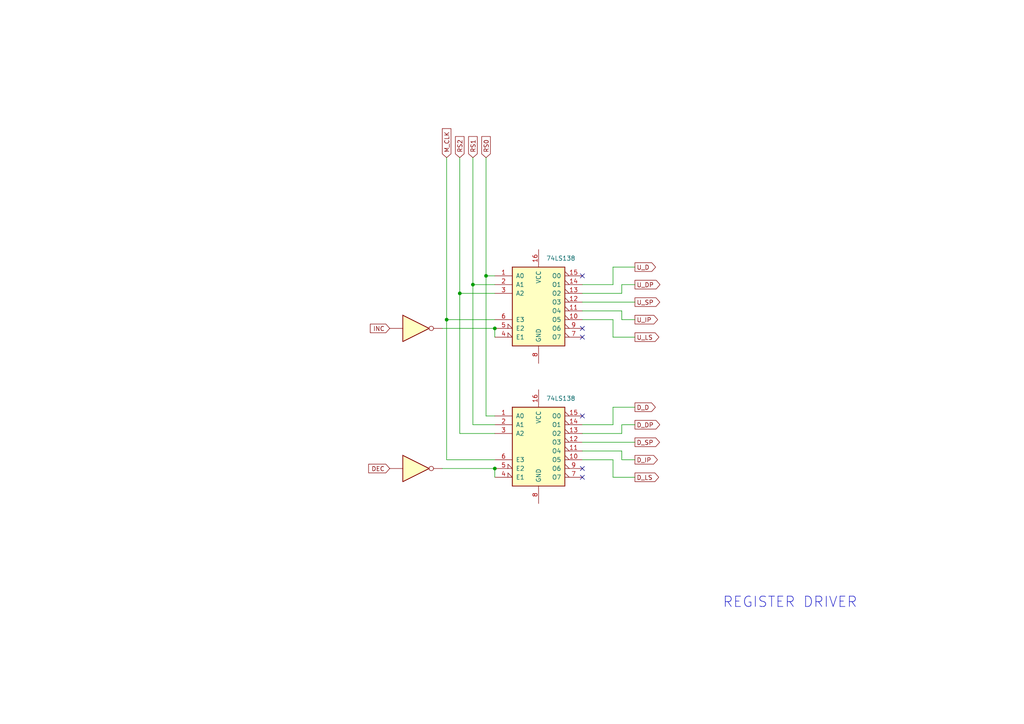
<source format=kicad_sch>
(kicad_sch (version 20231120) (generator "eeschema") (generator_version "8.0")
  (paper "A4")
  (lib_symbols
    (symbol "74LS04_1" (pin_numbers hide) (pin_names hide)
      (property "Reference" "U" (at 0 1.27 0))
      (property "Value" "74LS04" (at 0 -1.27 0))
      (symbol "74LS04_1_1_0"
        (polyline (pts (xy -3.81 3.81) (xy -3.81 -3.81) (xy 3.81 0) (xy -3.81 3.81)) (stroke (width 0.254)) (fill (type background)))
        (pin input line (at -7.62 0 0) (length 3.81) (name "~") (number "1"))
        (pin output inverted (at 7.62 0 180) (length 3.81) (name "~") (number "2"))
      )
      (symbol "74LS04_1_2_0"
        (polyline (pts (xy -3.81 3.81) (xy -3.81 -3.81) (xy 3.81 0) (xy -3.81 3.81)) (stroke (width 0.254)) (fill (type background)))
        (pin input line (at -7.62 0 0) (length 3.81) (name "~") (number "3"))
        (pin output inverted (at 7.62 0 180) (length 3.81) (name "~") (number "4"))
      )
      (symbol "74LS04_1_3_0"
        (polyline (pts (xy -3.81 3.81) (xy -3.81 -3.81) (xy 3.81 0) (xy -3.81 3.81)) (stroke (width 0.254)) (fill (type background)))
        (pin input line (at -7.62 0 0) (length 3.81) (name "~") (number "5"))
        (pin output inverted (at 7.62 0 180) (length 3.81) (name "~") (number "6"))
      )
      (symbol "74LS04_1_4_0"
        (polyline (pts (xy -3.81 3.81) (xy -3.81 -3.81) (xy 3.81 0) (xy -3.81 3.81)) (stroke (width 0.254)) (fill (type background)))
        (pin output inverted (at 7.62 0 180) (length 3.81) (name "~") (number "8"))
        (pin input line (at -7.62 0 0) (length 3.81) (name "~") (number "9"))
      )
      (symbol "74LS04_1_5_0"
        (polyline (pts (xy -3.81 3.81) (xy -3.81 -3.81) (xy 3.81 0) (xy -3.81 3.81)) (stroke (width 0.254)) (fill (type background)))
        (pin output inverted (at 7.62 0 180) (length 3.81) (name "~") (number "10"))
        (pin input line (at -7.62 0 0) (length 3.81) (name "~") (number "11"))
      )
      (symbol "74LS04_1_6_0"
        (polyline (pts (xy -3.81 3.81) (xy -3.81 -3.81) (xy 3.81 0) (xy -3.81 3.81)) (stroke (width 0.254)) (fill (type background)))
        (pin output inverted (at 7.62 0 180) (length 3.81) (name "~") (number "12"))
        (pin input line (at -7.62 0 0) (length 3.81) (name "~") (number "13"))
      )
      (symbol "74LS04_1_7_0"
        (pin power_in line (at 0 12.7 270) (length 5.08) (name "VCC") (number "14"))
        (pin power_in line (at 0 -12.7 90) (length 5.08) (name "GND") (number "7"))
      )
      (symbol "74LS04_1_7_1"
        (rectangle (start -5.08 7.62) (end 5.08 -7.62) (stroke (width 0.254)) (fill (type background)))
      )
    )
    (symbol "74xx:74LS04" (pin_numbers hide)
      (property "Reference" "U" (at 0 1.27 0))
      (property "Value" "74LS04" (at 0 -1.27 0))
      (symbol "74LS04_1_0"
        (polyline (pts (xy -3.81 3.81) (xy -3.81 -3.81) (xy 3.81 0) (xy -3.81 3.81)) (stroke (width 0.254)) (fill (type background)))
        (pin input line (at -7.62 0 0) (length 3.81) (name "~") (number "1"))
        (pin output inverted (at 7.62 0 180) (length 3.81) (name "~") (number "2"))
      )
      (symbol "74LS04_2_0"
        (polyline (pts (xy -3.81 3.81) (xy -3.81 -3.81) (xy 3.81 0) (xy -3.81 3.81)) (stroke (width 0.254)) (fill (type background)))
        (pin input line (at -7.62 0 0) (length 3.81) (name "~") (number "3"))
        (pin output inverted (at 7.62 0 180) (length 3.81) (name "~") (number "4"))
      )
      (symbol "74LS04_3_0"
        (polyline (pts (xy -3.81 3.81) (xy -3.81 -3.81) (xy 3.81 0) (xy -3.81 3.81)) (stroke (width 0.254)) (fill (type background)))
        (pin input line (at -7.62 0 0) (length 3.81) (name "~") (number "5"))
        (pin output inverted (at 7.62 0 180) (length 3.81) (name "~") (number "6"))
      )
      (symbol "74LS04_4_0"
        (polyline (pts (xy -3.81 3.81) (xy -3.81 -3.81) (xy 3.81 0) (xy -3.81 3.81)) (stroke (width 0.254)) (fill (type background)))
        (pin output inverted (at 7.62 0 180) (length 3.81) (name "~") (number "8"))
        (pin input line (at -7.62 0 0) (length 3.81) (name "~") (number "9"))
      )
      (symbol "74LS04_5_0"
        (polyline (pts (xy -3.81 3.81) (xy -3.81 -3.81) (xy 3.81 0) (xy -3.81 3.81)) (stroke (width 0.254)) (fill (type background)))
        (pin output inverted (at 7.62 0 180) (length 3.81) (name "~") (number "10"))
        (pin input line (at -7.62 0 0) (length 3.81) (name "~") (number "11"))
      )
      (symbol "74LS04_6_0"
        (polyline (pts (xy -3.81 3.81) (xy -3.81 -3.81) (xy 3.81 0) (xy -3.81 3.81)) (stroke (width 0.254)) (fill (type background)))
        (pin output inverted (at 7.62 0 180) (length 3.81) (name "~") (number "12"))
        (pin input line (at -7.62 0 0) (length 3.81) (name "~") (number "13"))
      )
      (symbol "74LS04_7_0"
        (pin power_in line (at 0 12.7 270) (length 5.08) (name "VCC") (number "14"))
        (pin power_in line (at 0 -12.7 90) (length 5.08) (name "GND") (number "7"))
      )
      (symbol "74LS04_7_1"
        (rectangle (start -5.08 7.62) (end 5.08 -7.62) (stroke (width 0.254)) (fill (type background)))
      )
    )
    (symbol "74xx:74LS138" (pin_names (offset 1.016))
      (property "Reference" "U" (at -7.62 11.43 0))
      (property "Value" "74LS138" (at -7.62 -13.97 0))
      (symbol "74LS138_1_0"
        (pin input line (at -12.7 7.62 0) (length 5.08) (name "A0") (number "1"))
        (pin output output_low (at 12.7 -5.08 180) (length 5.08) (name "O5") (number "10"))
        (pin output output_low (at 12.7 -2.54 180) (length 5.08) (name "O4") (number "11"))
        (pin output output_low (at 12.7 0 180) (length 5.08) (name "O3") (number "12"))
        (pin output output_low (at 12.7 2.54 180) (length 5.08) (name "O2") (number "13"))
        (pin output output_low (at 12.7 5.08 180) (length 5.08) (name "O1") (number "14"))
        (pin output output_low (at 12.7 7.62 180) (length 5.08) (name "O0") (number "15"))
        (pin power_in line (at 0 15.24 270) (length 5.08) (name "VCC") (number "16"))
        (pin input line (at -12.7 5.08 0) (length 5.08) (name "A1") (number "2"))
        (pin input line (at -12.7 2.54 0) (length 5.08) (name "A2") (number "3"))
        (pin input input_low (at -12.7 -10.16 0) (length 5.08) (name "E1") (number "4"))
        (pin input input_low (at -12.7 -7.62 0) (length 5.08) (name "E2") (number "5"))
        (pin input line (at -12.7 -5.08 0) (length 5.08) (name "E3") (number "6"))
        (pin output output_low (at 12.7 -10.16 180) (length 5.08) (name "O7") (number "7"))
        (pin power_in line (at 0 -17.78 90) (length 5.08) (name "GND") (number "8"))
        (pin output output_low (at 12.7 -7.62 180) (length 5.08) (name "O6") (number "9"))
      )
      (symbol "74LS138_1_1"
        (rectangle (start -7.62 10.16) (end 7.62 -12.7) (stroke (width 0.254)) (fill (type background)))
      )
    )
  )
  (junction (at 140.97 80.01))
  (junction (at 129.54 92.71))
  (junction (at 143.51 135.89))
  (junction (at 143.51 95.25))
  (junction (at 133.35 85.09))
  (junction (at 137.16 82.55))
  (no_connect (at 168.91 138.43))
  (no_connect (at 168.91 120.65))
  (no_connect (at 168.91 135.89))
  (no_connect (at 168.91 97.79))
  (no_connect (at 168.91 95.25))
  (no_connect (at 168.91 80.01))
  (wire (pts (xy 168.91 133.35) (xy 177.8 133.35)))
  (wire (pts (xy 168.91 87.63) (xy 184.15 87.63)))
  (wire (pts (xy 180.34 92.71) (xy 184.15 92.71)))
  (wire (pts (xy 140.97 80.01) (xy 143.51 80.01)))
  (wire (pts (xy 168.91 125.73) (xy 180.34 125.73)))
  (wire (pts (xy 177.8 82.55) (xy 177.8 77.47)))
  (wire (pts (xy 177.8 97.79) (xy 184.15 97.79)))
  (wire (pts (xy 143.51 95.25) (xy 143.51 97.79)))
  (wire (pts (xy 180.34 92.71) (xy 180.34 90.17)))
  (wire (pts (xy 168.91 92.71) (xy 177.8 92.71)))
  (wire (pts (xy 168.91 128.27) (xy 184.15 128.27)))
  (wire (pts (xy 177.8 133.35) (xy 177.8 138.43)))
  (wire (pts (xy 140.97 45.72) (xy 140.97 80.01)))
  (wire (pts (xy 143.51 135.89) (xy 143.51 138.43)))
  (wire (pts (xy 168.91 123.19) (xy 177.8 123.19)))
  (wire (pts (xy 137.16 45.72) (xy 137.16 82.55)))
  (wire (pts (xy 129.54 45.72) (xy 129.54 92.71)))
  (wire (pts (xy 177.8 123.19) (xy 177.8 118.11)))
  (wire (pts (xy 140.97 80.01) (xy 140.97 120.65)))
  (wire (pts (xy 133.35 125.73) (xy 143.51 125.73)))
  (wire (pts (xy 180.34 85.09) (xy 180.34 82.55)))
  (wire (pts (xy 129.54 133.35) (xy 143.51 133.35)))
  (wire (pts (xy 133.35 85.09) (xy 143.51 85.09)))
  (wire (pts (xy 168.91 85.09) (xy 180.34 85.09)))
  (wire (pts (xy 180.34 125.73) (xy 180.34 123.19)))
  (wire (pts (xy 180.34 123.19) (xy 184.15 123.19)))
  (wire (pts (xy 180.34 133.35) (xy 180.34 130.81)))
  (wire (pts (xy 133.35 45.72) (xy 133.35 85.09)))
  (wire (pts (xy 140.97 120.65) (xy 143.51 120.65)))
  (wire (pts (xy 177.8 92.71) (xy 177.8 97.79)))
  (wire (pts (xy 180.34 82.55) (xy 184.15 82.55)))
  (wire (pts (xy 177.8 138.43) (xy 184.15 138.43)))
  (wire (pts (xy 168.91 82.55) (xy 177.8 82.55)))
  (wire (pts (xy 137.16 123.19) (xy 143.51 123.19)))
  (wire (pts (xy 128.27 95.25) (xy 143.51 95.25)))
  (wire (pts (xy 137.16 82.55) (xy 137.16 123.19)))
  (wire (pts (xy 133.35 85.09) (xy 133.35 125.73)))
  (wire (pts (xy 129.54 92.71) (xy 143.51 92.71)))
  (wire (pts (xy 168.91 130.81) (xy 180.34 130.81)))
  (wire (pts (xy 180.34 133.35) (xy 184.15 133.35)))
  (wire (pts (xy 137.16 82.55) (xy 143.51 82.55)))
  (wire (pts (xy 129.54 92.71) (xy 129.54 133.35)))
  (wire (pts (xy 168.91 90.17) (xy 180.34 90.17)))
  (wire (pts (xy 128.27 135.89) (xy 143.51 135.89)))
  (wire (pts (xy 177.8 77.47) (xy 184.15 77.47)))
  (wire (pts (xy 177.8 118.11) (xy 184.15 118.11)))
  (text "REGISTER DRIVER" (at 209.55 176.53 0) (effects (font (size 3 3)) (justify left bottom)))
  (global_label "RS2" (shape input) (at 133.35 45.72 90) (property "Intersheetrefs" "${INTERSHEET_REFS}" (effects (hide yes))))
  (global_label "U_IP" (shape output) (at 184.15 92.71 0) (property "Intersheetrefs" "${INTERSHEET_REFS}" (effects (hide yes))))
  (global_label "RS1" (shape input) (at 137.16 45.72 90) (property "Intersheetrefs" "${INTERSHEET_REFS}" (effects (hide yes))))
  (global_label "U_SP" (shape output) (at 184.15 87.63 0) (property "Intersheetrefs" "${INTERSHEET_REFS}" (effects (hide yes))))
  (global_label "DEC" (shape input) (at 113.03 135.89 180) (property "Intersheetrefs" "${INTERSHEET_REFS}" (effects (hide yes))))
  (global_label "M_CLK" (shape input) (at 129.54 45.72 90) (property "Intersheetrefs" "${INTERSHEET_REFS}" (effects (hide yes))))
  (global_label "INC" (shape input) (at 113.03 95.25 180) (property "Intersheetrefs" "${INTERSHEET_REFS}" (effects (hide yes))))
  (global_label "U_D" (shape output) (at 184.15 77.47 0) (property "Intersheetrefs" "${INTERSHEET_REFS}" (effects (hide yes))))
  (global_label "U_LS" (shape output) (at 184.15 97.79 0) (property "Intersheetrefs" "${INTERSHEET_REFS}" (effects (hide yes))))
  (global_label "D_IP" (shape output) (at 184.15 133.35 0) (property "Intersheetrefs" "${INTERSHEET_REFS}" (effects (hide yes))))
  (global_label "RS0" (shape input) (at 140.97 45.72 90) (property "Intersheetrefs" "${INTERSHEET_REFS}" (effects (hide yes))))
  (global_label "D_LS" (shape output) (at 184.15 138.43 0) (property "Intersheetrefs" "${INTERSHEET_REFS}" (effects (hide yes))))
  (global_label "D_SP" (shape output) (at 184.15 128.27 0) (property "Intersheetrefs" "${INTERSHEET_REFS}" (effects (hide yes))))
  (global_label "D_D" (shape output) (at 184.15 118.11 0) (property "Intersheetrefs" "${INTERSHEET_REFS}" (effects (hide yes))))
  (global_label "D_DP" (shape output) (at 184.15 123.19 0) (property "Intersheetrefs" "${INTERSHEET_REFS}" (effects (hide yes))))
  (global_label "U_DP" (shape output) (at 184.15 82.55 0) (property "Intersheetrefs" "${INTERSHEET_REFS}" (effects (hide yes))))
  (symbol (lib_id "74xx:74LS138") (at 156.21 128.27 0) (unit 1)
    (property "Reference" "U2" (effects (hide yes)))
    (property "Value" "74LS138" (at 158.4041 115.57 0) (effects (justify left)))
    (property "Datasheet" "http://www.ti.com/lit/gpn/sn74LS138" (effects (hide yes)))
  )
  (symbol (lib_name "74LS04_1") (lib_id "74xx:74LS04") (at 120.65 95.25 0) (unit 1)
    (property "Reference" "U3" (effects (hide yes)))
    (property "Value" "74LS04" (effects (hide yes)))
    (property "Datasheet" "http://www.ti.com/lit/gpn/sn74LS04" (effects (hide yes)))
    (property "Description" "Hex Inverter" (effects (hide yes)))
  )
  (symbol (lib_id "74xx:74LS04") (at 120.65 135.89 0) (unit 2)
    (property "Reference" "U3" (effects (hide yes)))
    (property "Value" "74LS04" (effects (hide yes)))
    (property "Datasheet" "http://www.ti.com/lit/gpn/sn74LS04" (effects (hide yes)))
    (property "Description" "Hex Inverter" (effects (hide yes)))
  )
  (symbol (lib_id "74xx:74LS138") (at 156.21 87.63 0) (unit 1)
    (property "Reference" "U1" (effects (hide yes)))
    (property "Value" "74LS138" (at 158.4041 74.93 0) (effects (justify left)))
    (property "Datasheet" "http://www.ti.com/lit/gpn/sn74LS138" (effects (hide yes)))
  )
)
</source>
